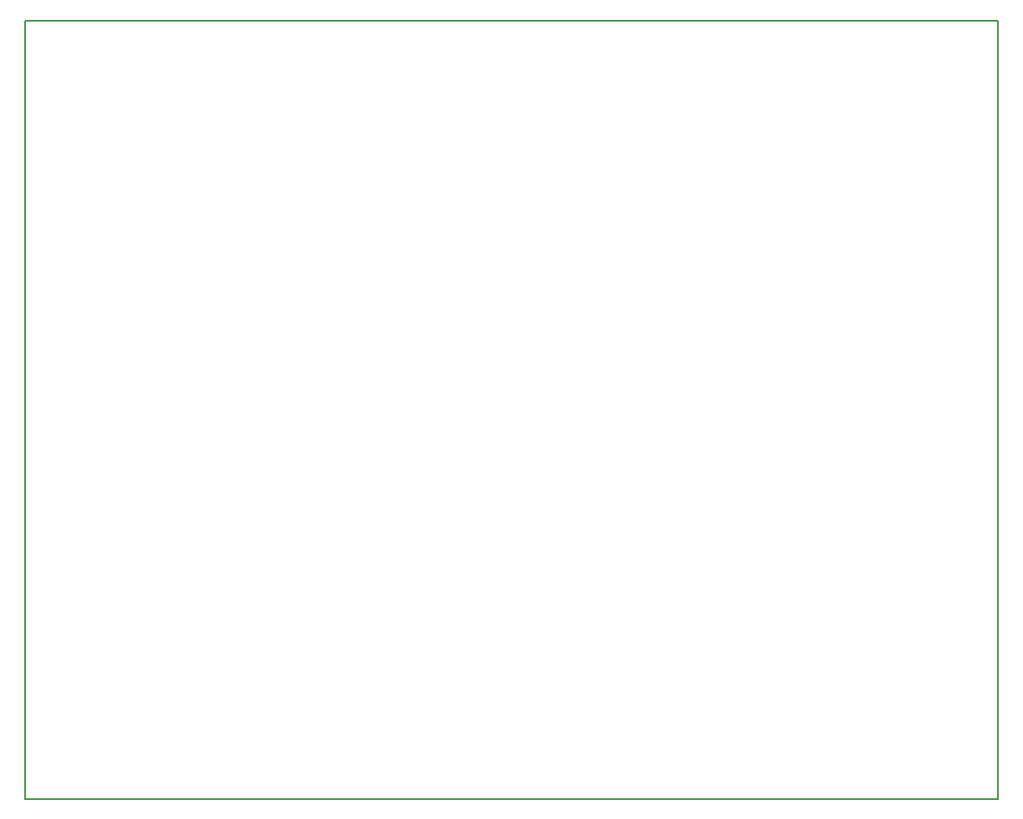
<source format=gbr>
G04 #@! TF.GenerationSoftware,KiCad,Pcbnew,5.0.2-bee76a0~70~ubuntu16.04.1*
G04 #@! TF.CreationDate,2022-08-15T17:27:48+02:00*
G04 #@! TF.ProjectId,QIC02EMU,51494330-3245-44d5-952e-6b696361645f,rev?*
G04 #@! TF.SameCoordinates,Original*
G04 #@! TF.FileFunction,Profile,NP*
%FSLAX46Y46*%
G04 Gerber Fmt 4.6, Leading zero omitted, Abs format (unit mm)*
G04 Created by KiCad (PCBNEW 5.0.2-bee76a0~70~ubuntu16.04.1) date mån 15 aug 2022 17:27:48*
%MOMM*%
%LPD*%
G01*
G04 APERTURE LIST*
%ADD10C,0.150000*%
G04 APERTURE END LIST*
D10*
X73660000Y-160020000D02*
X73660000Y-83820000D01*
X168910000Y-160020000D02*
X73660000Y-160020000D01*
X168910000Y-83820000D02*
X168910000Y-160020000D01*
X73660000Y-83820000D02*
X168910000Y-83820000D01*
M02*

</source>
